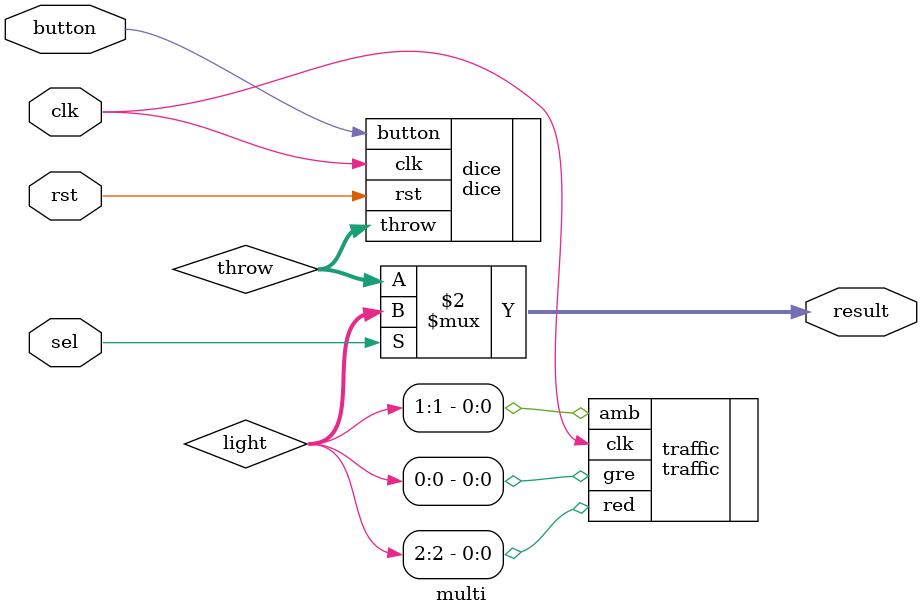
<source format=v>
`timescale 1ns / 100ps

module multi(
  input rst,
  input clk,
  input button,
  input sel,

  output wire [2:0] result
  );

  wire [2:0] throw;
  wire [2:0] light;

  traffic traffic (
    .clk (clk),
    .red (light[2]),
    .amb (light[1]),
    .gre (light[0])
    );

  dice dice (
    .clk (clk),
    .rst (rst),
    .button (button),
    .throw (throw)
    );

  assign result = (sel==0)?throw : light;
 
endmodule

</source>
